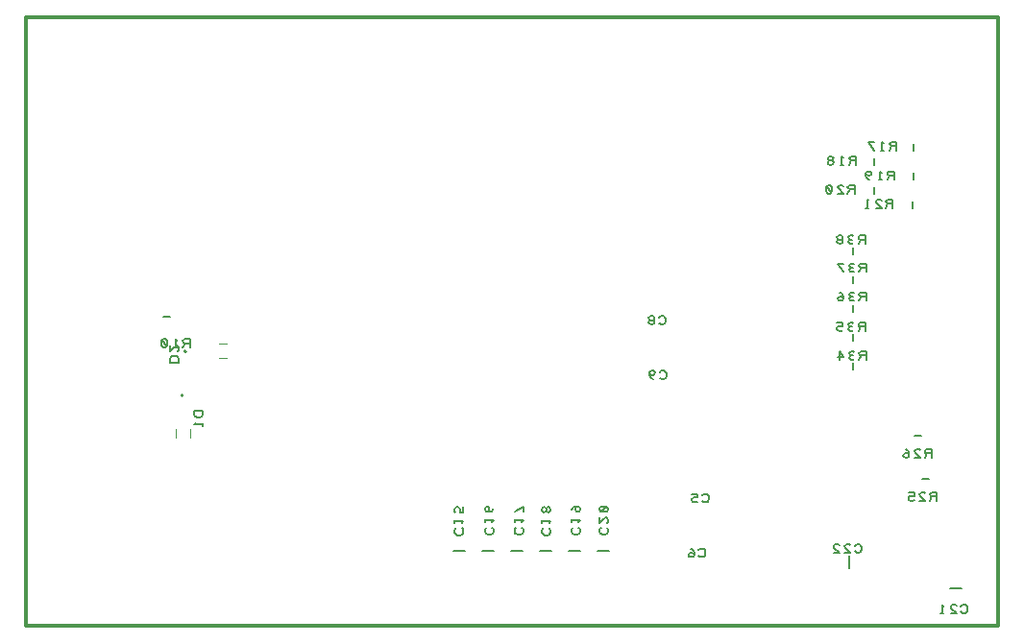
<source format=gbr>
G04 EasyPC Gerber Version 21.0.3 Build 4286 *
G04 #@! TF.Part,Single*
G04 #@! TF.FileFunction,Legend,Bot *
G04 #@! TF.FilePolarity,Positive *
%FSLAX35Y35*%
%MOIN*%
%ADD85C,0.00394*%
%ADD84C,0.00669*%
%ADD83C,0.00787*%
%ADD73C,0.01200*%
X0Y0D02*
D02*
D73*
X600Y600D02*
X338013D01*
Y212100*
X600*
Y600*
D02*
D83*
X48242Y108085D02*
X50604D01*
X54305Y80723D02*
G75*
G03X55092I394D01*
G01*
X54305D02*
G75*
G02X55092I394D01*
G01*
X55761Y95487D02*
G75*
G03Y96274J394D01*
G01*
Y95487D02*
G75*
G02Y96274J394D01*
G01*
X148783Y26562D02*
X152917D01*
X162917D02*
X158783D01*
X172917D02*
X168783D01*
X182917D02*
X178783D01*
X192917D02*
X188783D01*
X202917D02*
X198783D01*
X286350Y20745D02*
Y24879D01*
X287600Y91993D02*
Y89631D01*
Y101993D02*
Y99631D01*
Y111993D02*
Y109631D01*
Y121993D02*
Y119631D01*
Y131993D02*
Y129631D01*
X294763Y150669D02*
Y153031D01*
X294850Y160669D02*
Y163031D01*
X308263Y145669D02*
Y148031D01*
X308513Y155669D02*
Y158031D01*
Y165669D02*
Y168031D01*
X311281Y66812D02*
X308919D01*
X314031Y51812D02*
X311669D01*
X325167Y13562D02*
X321033D01*
D02*
D84*
X50502Y92024D02*
X53454D01*
Y93501*
X53208Y93993*
X52962Y94239*
X52470Y94485*
X51486*
X50994Y94239*
X50748Y93993*
X50502Y93501*
Y92024*
Y97930D02*
Y95961D01*
X52224Y97684*
X52716Y97930*
X53208Y97684*
X53454Y97192*
Y96454*
X53208Y95961*
X57423Y97324D02*
Y100276D01*
X55700*
X55208Y100030*
X54962Y99538*
X55208Y99046*
X55700Y98800*
X57423*
X55700D02*
X54962Y97324D01*
X52994D02*
X52009D01*
X52502D02*
Y100276D01*
X52994Y99784*
X49303Y97570D02*
X48811Y97324D01*
X48319*
X47826Y97570*
X47580Y98062*
Y99538*
X47826Y100030*
X48319Y100276*
X48811*
X49303Y100030*
X49549Y99538*
Y98062*
X49303Y97570*
X47826Y100030*
X61854Y75471D02*
X58901D01*
Y73995*
X59147Y73503*
X59393Y73257*
X59885Y73011*
X60870*
X61362Y73257*
X61608Y73503*
X61854Y73995*
Y75471*
Y71042D02*
Y70058D01*
Y70550D02*
X58901D01*
X59393Y71042*
X149830Y34522D02*
X149584Y34276D01*
X149338Y33784*
Y33046*
X149584Y32554*
X149830Y32308*
X150322Y32062*
X151307*
X151799Y32308*
X152045Y32554*
X152291Y33046*
Y33784*
X152045Y34276*
X151799Y34522*
X149338Y36491D02*
Y37475D01*
Y36983D02*
X152291D01*
X151799Y36491*
X149584Y39936D02*
X149338Y40428D01*
Y41166*
X149584Y41658*
X150076Y41904*
X150322*
X150815Y41658*
X151061Y41166*
Y39936*
X152291*
Y41904*
X160330Y34772D02*
X160084Y34526D01*
X159838Y34034*
Y33296*
X160084Y32804*
X160330Y32558*
X160822Y32312*
X161807*
X162299Y32558*
X162545Y32804*
X162791Y33296*
Y34034*
X162545Y34526*
X162299Y34772*
X159838Y36741D02*
Y37725D01*
Y37233D02*
X162791D01*
X162299Y36741*
X160576Y40186D02*
X161069Y40432D01*
X161315Y40924*
Y41416*
X161069Y41908*
X160576Y42154*
X160084Y41908*
X159838Y41416*
Y40924*
X160084Y40432*
X160576Y40186*
X161315*
X162053Y40432*
X162545Y40924*
X162791Y41416*
X170580Y34772D02*
X170334Y34526D01*
X170088Y34034*
Y33296*
X170334Y32804*
X170580Y32558*
X171072Y32312*
X172057*
X172549Y32558*
X172795Y32804*
X173041Y33296*
Y34034*
X172795Y34526*
X172549Y34772*
X170088Y36741D02*
Y37725D01*
Y37233D02*
X173041D01*
X172549Y36741*
X170088Y40186D02*
X173041Y42154D01*
Y40186*
X180080Y34522D02*
X179834Y34276D01*
X179588Y33784*
Y33046*
X179834Y32554*
X180080Y32308*
X180572Y32062*
X181557*
X182049Y32308*
X182295Y32554*
X182541Y33046*
Y33784*
X182295Y34276*
X182049Y34522*
X179588Y36491D02*
Y37475D01*
Y36983D02*
X182541D01*
X182049Y36491*
X181065Y40674D02*
Y41166D01*
X181311Y41658*
X181803Y41904*
X182295Y41658*
X182541Y41166*
Y40674*
X182295Y40182*
X181803Y39936*
X181311Y40182*
X181065Y40674*
X180819Y40182*
X180326Y39936*
X179834Y40182*
X179588Y40674*
Y41166*
X179834Y41658*
X180326Y41904*
X180819Y41658*
X181065Y41166*
X190330Y34772D02*
X190084Y34526D01*
X189838Y34034*
Y33296*
X190084Y32804*
X190330Y32558*
X190822Y32312*
X191807*
X192299Y32558*
X192545Y32804*
X192791Y33296*
Y34034*
X192545Y34526*
X192299Y34772*
X189838Y36741D02*
Y37725D01*
Y37233D02*
X192791D01*
X192299Y36741*
X189838Y40924D02*
X190084Y41416D01*
X190576Y41908*
X191315Y42154*
X192053*
X192545Y41908*
X192791Y41416*
Y40924*
X192545Y40432*
X192053Y40186*
X191561Y40432*
X191315Y40924*
Y41416*
X191561Y41908*
X192053Y42154*
X200080Y34772D02*
X199834Y34526D01*
X199588Y34034*
Y33296*
X199834Y32804*
X200080Y32558*
X200572Y32312*
X201557*
X202049Y32558*
X202295Y32804*
X202541Y33296*
Y34034*
X202295Y34526*
X202049Y34772*
X199588Y38217D02*
Y36249D01*
X201311Y37971*
X201803Y38217*
X202295Y37971*
X202541Y37479*
Y36741*
X202295Y36249*
X199834Y40432D02*
X199588Y40924D01*
Y41416*
X199834Y41908*
X200326Y42154*
X201803*
X202295Y41908*
X202541Y41416*
Y40924*
X202295Y40432*
X201803Y40186*
X200326*
X199834Y40432*
X202295Y41908*
X220139Y105792D02*
X220385Y105546D01*
X220878Y105300*
X221616*
X222108Y105546*
X222354Y105792*
X222600Y106284*
Y107269*
X222354Y107761*
X222108Y108007*
X221616Y108253*
X220878*
X220385Y108007*
X220139Y107761*
X217925Y106776D02*
X217433D01*
X216941Y107022*
X216694Y107515*
X216941Y108007*
X217433Y108253*
X217925*
X218417Y108007*
X218663Y107515*
X218417Y107022*
X217925Y106776*
X218417Y106530*
X218663Y106038*
X218417Y105546*
X217925Y105300*
X217433*
X216941Y105546*
X216694Y106038*
X216941Y106530*
X217433Y106776*
X220389Y86792D02*
X220635Y86546D01*
X221128Y86300*
X221866*
X222358Y86546*
X222604Y86792*
X222850Y87284*
Y88269*
X222604Y88761*
X222358Y89007*
X221866Y89253*
X221128*
X220635Y89007*
X220389Y88761*
X218175Y86300D02*
X217683Y86546D01*
X217191Y87038*
X216944Y87776*
Y88515*
X217191Y89007*
X217683Y89253*
X218175*
X218667Y89007*
X218913Y88515*
X218667Y88022*
X218175Y87776*
X217683*
X217191Y88022*
X216944Y88515*
X233889Y25042D02*
X234135Y24796D01*
X234628Y24550*
X235366*
X235858Y24796*
X236104Y25042*
X236350Y25534*
Y26519*
X236104Y27011*
X235858Y27257*
X235366Y27503*
X234628*
X234135Y27257*
X233889Y27011*
X232413Y25288D02*
X232167Y25780D01*
X231675Y26026*
X231183*
X230691Y25780*
X230444Y25288*
X230691Y24796*
X231183Y24550*
X231675*
X232167Y24796*
X232413Y25288*
Y26026*
X232167Y26765*
X231675Y27257*
X231183Y27503*
X235139Y44042D02*
X235385Y43796D01*
X235878Y43550*
X236616*
X237108Y43796*
X237354Y44042*
X237600Y44534*
Y45519*
X237354Y46011*
X237108Y46257*
X236616Y46503*
X235878*
X235385Y46257*
X235139Y46011*
X233663Y43796D02*
X233171Y43550D01*
X232433*
X231941Y43796*
X231694Y44288*
Y44534*
X231941Y45026*
X232433Y45272*
X233663*
Y46503*
X231694*
X288100Y150800D02*
Y153753D01*
X286378*
X285885Y153507*
X285639Y153015*
X285885Y152522*
X286378Y152276*
X288100*
X286378D02*
X285639Y150800D01*
X282194D02*
X284163D01*
X282441Y152522*
X282194Y153015*
X282441Y153507*
X282933Y153753*
X283671*
X284163Y153507*
X279980Y151046D02*
X279488Y150800D01*
X278996*
X278504Y151046*
X278257Y151538*
Y153015*
X278504Y153507*
X278996Y153753*
X279488*
X279980Y153507*
X280226Y153015*
Y151538*
X279980Y151046*
X278504Y153507*
X288600Y160800D02*
Y163753D01*
X286878*
X286385Y163507*
X286139Y163015*
X286385Y162522*
X286878Y162276*
X288600*
X286878D02*
X286139Y160800D01*
X284171D02*
X283187D01*
X283679D02*
Y163753D01*
X284171Y163261*
X279988Y162276D02*
X279496D01*
X279004Y162522*
X278757Y163015*
X279004Y163507*
X279496Y163753*
X279988*
X280480Y163507*
X280726Y163015*
X280480Y162522*
X279988Y162276*
X280480Y162030*
X280726Y161538*
X280480Y161046*
X279988Y160800*
X279496*
X279004Y161046*
X278757Y161538*
X279004Y162030*
X279496Y162276*
X288139Y26542D02*
X288385Y26296D01*
X288878Y26050*
X289616*
X290108Y26296*
X290354Y26542*
X290600Y27034*
Y28019*
X290354Y28511*
X290108Y28757*
X289616Y29003*
X288878*
X288385Y28757*
X288139Y28511*
X284694Y26050D02*
X286663D01*
X284941Y27772*
X284694Y28265*
X284941Y28757*
X285433Y29003*
X286171*
X286663Y28757*
X280757Y26050D02*
X282726D01*
X281004Y27772*
X280757Y28265*
X281004Y28757*
X281496Y29003*
X282234*
X282726Y28757*
X291850Y103050D02*
Y106003D01*
X290128*
X289635Y105757*
X289389Y105265*
X289635Y104772*
X290128Y104526*
X291850*
X290128D02*
X289389Y103050D01*
X287667Y103296D02*
X287175Y103050D01*
X286683*
X286191Y103296*
X285944Y103788*
X286191Y104280*
X286683Y104526*
X287175*
X286683D02*
X286191Y104772D01*
X285944Y105265*
X286191Y105757*
X286683Y106003*
X287175*
X287667Y105757*
X283976Y103296D02*
X283484Y103050D01*
X282746*
X282254Y103296*
X282007Y103788*
Y104034*
X282254Y104526*
X282746Y104772*
X283976*
Y106003*
X282007*
X291850Y133300D02*
Y136253D01*
X290128*
X289635Y136007*
X289389Y135515*
X289635Y135022*
X290128Y134776*
X291850*
X290128D02*
X289389Y133300D01*
X287667Y133546D02*
X287175Y133300D01*
X286683*
X286191Y133546*
X285944Y134038*
X286191Y134530*
X286683Y134776*
X287175*
X286683D02*
X286191Y135022D01*
X285944Y135515*
X286191Y136007*
X286683Y136253*
X287175*
X287667Y136007*
X283238Y134776D02*
X282746D01*
X282254Y135022*
X282007Y135515*
X282254Y136007*
X282746Y136253*
X283238*
X283730Y136007*
X283976Y135515*
X283730Y135022*
X283238Y134776*
X283730Y134530*
X283976Y134038*
X283730Y133546*
X283238Y133300*
X282746*
X282254Y133546*
X282007Y134038*
X282254Y134530*
X282746Y134776*
X292100Y93050D02*
Y96003D01*
X290378*
X289885Y95757*
X289639Y95265*
X289885Y94772*
X290378Y94526*
X292100*
X290378D02*
X289639Y93050D01*
X287917Y93296D02*
X287425Y93050D01*
X286933*
X286441Y93296*
X286194Y93788*
X286441Y94280*
X286933Y94526*
X287425*
X286933D02*
X286441Y94772D01*
X286194Y95265*
X286441Y95757*
X286933Y96003*
X287425*
X287917Y95757*
X282996Y93050D02*
Y96003D01*
X284226Y94034*
X282257*
X292100Y113550D02*
Y116503D01*
X290378*
X289885Y116257*
X289639Y115765*
X289885Y115272*
X290378Y115026*
X292100*
X290378D02*
X289639Y113550D01*
X287917Y113796D02*
X287425Y113550D01*
X286933*
X286441Y113796*
X286194Y114288*
X286441Y114780*
X286933Y115026*
X287425*
X286933D02*
X286441Y115272D01*
X286194Y115765*
X286441Y116257*
X286933Y116503*
X287425*
X287917Y116257*
X284226Y114288D02*
X283980Y114780D01*
X283488Y115026*
X282996*
X282504Y114780*
X282257Y114288*
X282504Y113796*
X282996Y113550*
X283488*
X283980Y113796*
X284226Y114288*
Y115026*
X283980Y115765*
X283488Y116257*
X282996Y116503*
X292100Y123550D02*
Y126503D01*
X290378*
X289885Y126257*
X289639Y125765*
X289885Y125272*
X290378Y125026*
X292100*
X290378D02*
X289639Y123550D01*
X287917Y123796D02*
X287425Y123550D01*
X286933*
X286441Y123796*
X286194Y124288*
X286441Y124780*
X286933Y125026*
X287425*
X286933D02*
X286441Y125272D01*
X286194Y125765*
X286441Y126257*
X286933Y126503*
X287425*
X287917Y126257*
X284226Y123550D02*
X282257Y126503D01*
X284226*
X301350Y145800D02*
Y148753D01*
X299628*
X299135Y148507*
X298889Y148015*
X299135Y147522*
X299628Y147276*
X301350*
X299628D02*
X298889Y145800D01*
X295444D02*
X297413D01*
X295691Y147522*
X295444Y148015*
X295691Y148507*
X296183Y148753*
X296921*
X297413Y148507*
X292984Y145800D02*
X292000D01*
X292492D02*
Y148753D01*
X292984Y148261*
X301850Y155550D02*
Y158503D01*
X300128*
X299635Y158257*
X299389Y157765*
X299635Y157272*
X300128Y157026*
X301850*
X300128D02*
X299389Y155550D01*
X297421D02*
X296437D01*
X296929D02*
Y158503D01*
X297421Y158011*
X293238Y155550D02*
X292746Y155796D01*
X292254Y156288*
X292007Y157026*
Y157765*
X292254Y158257*
X292746Y158503*
X293238*
X293730Y158257*
X293976Y157765*
X293730Y157272*
X293238Y157026*
X292746*
X292254Y157272*
X292007Y157765*
X302600Y165800D02*
Y168753D01*
X300878*
X300385Y168507*
X300139Y168015*
X300385Y167522*
X300878Y167276*
X302600*
X300878D02*
X300139Y165800D01*
X298171D02*
X297187D01*
X297679D02*
Y168753D01*
X298171Y168261*
X294726Y165800D02*
X292757Y168753D01*
X294726*
X314850Y59050D02*
Y62003D01*
X313128*
X312635Y61757*
X312389Y61265*
X312635Y60772*
X313128Y60526*
X314850*
X313128D02*
X312389Y59050D01*
X308944D02*
X310913D01*
X309191Y60772*
X308944Y61265*
X309191Y61757*
X309683Y62003*
X310421*
X310913Y61757*
X306976Y59788D02*
X306730Y60280D01*
X306238Y60526*
X305746*
X305254Y60280*
X305007Y59788*
X305254Y59296*
X305746Y59050*
X306238*
X306730Y59296*
X306976Y59788*
Y60526*
X306730Y61265*
X306238Y61757*
X305746Y62003*
X316600Y44050D02*
Y47003D01*
X314878*
X314385Y46757*
X314139Y46265*
X314385Y45772*
X314878Y45526*
X316600*
X314878D02*
X314139Y44050D01*
X310694D02*
X312663D01*
X310941Y45772*
X310694Y46265*
X310941Y46757*
X311433Y47003*
X312171*
X312663Y46757*
X308726Y44296D02*
X308234Y44050D01*
X307496*
X307004Y44296*
X306757Y44788*
Y45034*
X307004Y45526*
X307496Y45772*
X308726*
Y47003*
X306757*
X324889Y5542D02*
X325135Y5296D01*
X325628Y5050*
X326366*
X326858Y5296*
X327104Y5542*
X327350Y6034*
Y7019*
X327104Y7511*
X326858Y7757*
X326366Y8003*
X325628*
X325135Y7757*
X324889Y7511*
X321444Y5050D02*
X323413D01*
X321691Y6772*
X321444Y7265*
X321691Y7757*
X322183Y8003*
X322921*
X323413Y7757*
X318984Y5050D02*
X318000D01*
X318492D02*
Y8003D01*
X318984Y7511*
D02*
D85*
X52533Y68912D02*
Y66156D01*
X57651Y68912D02*
Y66156D01*
X67572Y93715D02*
X70328D01*
X67572Y98833D02*
X70328D01*
X0Y0D02*
M02*

</source>
